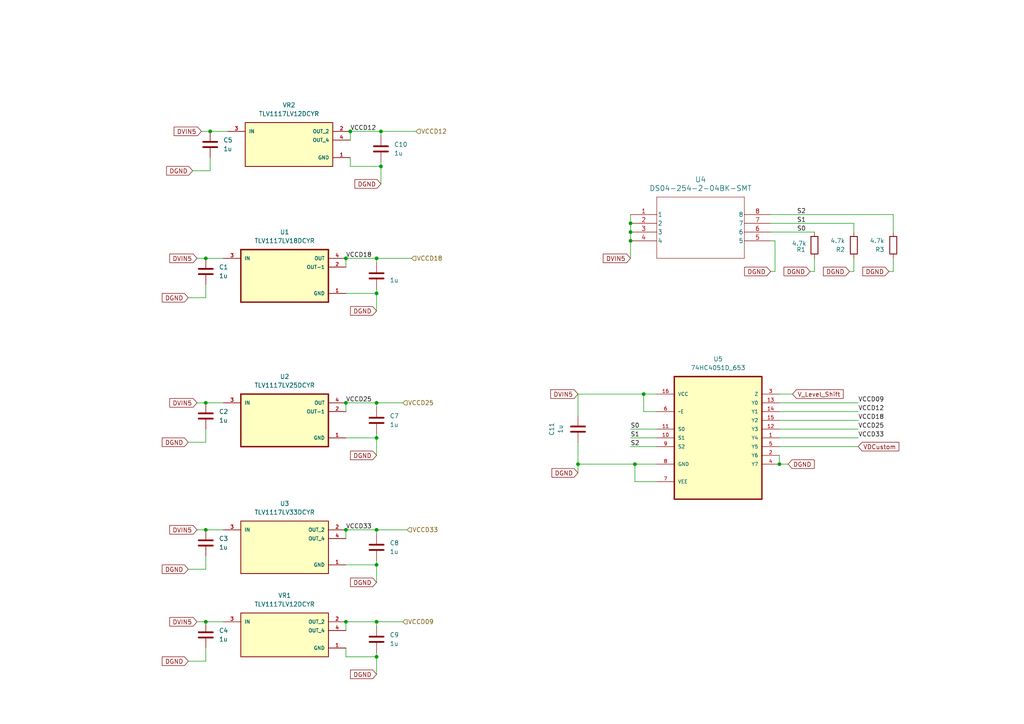
<source format=kicad_sch>
(kicad_sch (version 20231120) (generator "eeschema") (generator_version "8.0")
  (paper "A4")
  (lib_symbols
    (symbol "74HC4051D_653:74HC4051D_653" (pin_names (offset 1.016))
      (property "Reference" "U" (at -4.9848 17.8283 0))
      (property "Value" "74HC4051D_653" (at -3.1296 -25.3169 0))
      (symbol "74HC4051D_653_0_0"
        (rectangle (start -12.7 -20.32) (end 12.7 15.24) (stroke (width 0.4064)) (fill (type background)))
        (pin bidirectional line (at 17.78 -2.54 180) (length 5.08) (name "Y4") (number "1"))
        (pin input line (at -17.78 -2.54 0) (length 5.08) (name "S1") (number "10"))
        (pin input line (at -17.78 0 0) (length 5.08) (name "S0") (number "11"))
        (pin bidirectional line (at 17.78 0 180) (length 5.08) (name "Y3") (number "12"))
        (pin bidirectional line (at 17.78 7.62 180) (length 5.08) (name "Y0") (number "13"))
        (pin bidirectional line (at 17.78 5.08 180) (length 5.08) (name "Y1") (number "14"))
        (pin bidirectional line (at 17.78 2.54 180) (length 5.08) (name "Y2") (number "15"))
        (pin power_in line (at -17.78 10.16 0) (length 5.08) (name "VCC") (number "16"))
        (pin bidirectional line (at 17.78 -7.62 180) (length 5.08) (name "Y6") (number "2"))
        (pin bidirectional line (at 17.78 10.16 180) (length 5.08) (name "Z") (number "3"))
        (pin bidirectional line (at 17.78 -10.16 180) (length 5.08) (name "Y7") (number "4"))
        (pin bidirectional line (at 17.78 -5.08 180) (length 5.08) (name "Y5") (number "5"))
        (pin input line (at -17.78 5.08 0) (length 5.08) (name "~E") (number "6"))
        (pin power_in line (at -17.78 -15.24 0) (length 5.08) (name "VEE") (number "7"))
        (pin passive line (at -17.78 -10.16 0) (length 5.08) (name "GND") (number "8"))
        (pin input line (at -17.78 -5.08 0) (length 5.08) (name "S2") (number "9"))
      )
    )
    (symbol "AVLSI:TLV1117LV12DCYR" (pin_names (offset 1.016))
      (property "Reference" "VR" (at -12.7 6.08 0))
      (property "Value" "TLV1117LV12DCYR" (at -12.7 -9.08 0))
      (symbol "TLV1117LV12DCYR_0_0"
        (rectangle (start -12.7 5.08) (end 12.7 -7.62) (stroke (width 0.254)) (fill (type background)))
        (pin power_in line (at 17.78 -5.08 180) (length 5.08) (name "GND") (number "1"))
        (pin output line (at 17.78 2.54 180) (length 5.08) (name "OUT_2") (number "2"))
        (pin input line (at -17.78 2.54 0) (length 5.08) (name "IN") (number "3"))
        (pin output line (at 17.78 0 180) (length 5.08) (name "OUT_4") (number "4"))
      )
    )
    (symbol "AVLSI:TLV1117LV18DCYR" (pin_names (offset 1.016))
      (property "Reference" "U" (at -12.7 8.62 0))
      (property "Value" "TLV1117LV18DCYR" (at -12.7 -11.62 0))
      (symbol "TLV1117LV18DCYR_0_0"
        (rectangle (start -12.7 -7.62) (end 12.7 7.62) (stroke (width 0.41)) (fill (type background)))
        (pin power_in line (at 17.78 -5.08 180) (length 5.08) (name "GND") (number "1"))
        (pin output line (at 17.78 2.54 180) (length 5.08) (name "OUT-1") (number "2"))
        (pin input line (at -17.78 5.08 0) (length 5.08) (name "IN") (number "3"))
        (pin output line (at 17.78 5.08 180) (length 5.08) (name "OUT") (number "4"))
      )
    )
    (symbol "AVLSI:TLV1117LV25DCYR" (pin_names (offset 1.016))
      (property "Reference" "U" (at -12.7 8.62 0))
      (property "Value" "TLV1117LV25DCYR" (at -12.7 -11.62 0))
      (symbol "TLV1117LV25DCYR_0_0"
        (rectangle (start -12.7 -7.62) (end 12.7 7.62) (stroke (width 0.41)) (fill (type background)))
        (pin power_in line (at 17.78 -5.08 180) (length 5.08) (name "GND") (number "1"))
        (pin output line (at 17.78 2.54 180) (length 5.08) (name "OUT-1") (number "2"))
        (pin input line (at -17.78 5.08 0) (length 5.08) (name "IN") (number "3"))
        (pin output line (at 17.78 5.08 180) (length 5.08) (name "OUT") (number "4"))
      )
    )
    (symbol "AVLSI:TLV1117LV33DCYR" (pin_names (offset 1.016))
      (property "Reference" "U" (at -12.7 8.62 0))
      (property "Value" "TLV1117LV33DCYR" (at -12.7 -11.62 0))
      (symbol "TLV1117LV33DCYR_0_0"
        (rectangle (start -12.7 7.62) (end 12.7 -7.62) (stroke (width 0.254)) (fill (type background)))
        (pin power_in line (at 17.78 -5.08 180) (length 5.08) (name "GND") (number "1"))
        (pin output line (at 17.78 5.08 180) (length 5.08) (name "OUT_2") (number "2"))
        (pin input line (at -17.78 5.08 0) (length 5.08) (name "IN") (number "3"))
        (pin output line (at 17.78 2.54 180) (length 5.08) (name "OUT_4") (number "4"))
      )
    )
    (symbol "DS:DS04-254-2-04BK-SMT" (pin_names (offset 0.254))
      (property "Reference" "U" (at 20.32 10.16 0))
      (property "Value" "DS04-254-2-04BK-SMT" (at 20.32 7.62 0))
      (symbol "DS04-254-2-04BK-SMT_1_1"
        (polyline (pts (xy 7.62 -12.7) (xy 33.02 -12.7)) (stroke (width 0.127)))
        (polyline (pts (xy 7.62 5.08) (xy 7.62 -12.7)) (stroke (width 0.127)))
        (polyline (pts (xy 33.02 -12.7) (xy 33.02 5.08)) (stroke (width 0.127)))
        (polyline (pts (xy 33.02 5.08) (xy 7.62 5.08)) (stroke (width 0.127)))
        (pin unspecified line (at 0 0 0) (length 7.62) (name "1") (number "1"))
        (pin unspecified line (at 0 -2.54 0) (length 7.62) (name "2") (number "2"))
        (pin unspecified line (at 0 -5.08 0) (length 7.62) (name "3") (number "3"))
        (pin unspecified line (at 0 -7.62 0) (length 7.62) (name "4") (number "4"))
        (pin unspecified line (at 40.64 -7.62 180) (length 7.62) (name "5") (number "5"))
        (pin unspecified line (at 40.64 -5.08 180) (length 7.62) (name "6") (number "6"))
        (pin unspecified line (at 40.64 -2.54 180) (length 7.62) (name "7") (number "7"))
        (pin unspecified line (at 40.64 0 180) (length 7.62) (name "8") (number "8"))
      )
    )
    (symbol "Device:C" (pin_numbers hide) (pin_names (offset 0.254))
      (property "Reference" "C" (at 0.635 2.54 0))
      (property "Value" "C" (at 0.635 -2.54 0))
      (symbol "C_0_1"
        (polyline (pts (xy -2.032 -0.762) (xy 2.032 -0.762)) (stroke (width 0.508)))
        (polyline (pts (xy -2.032 0.762) (xy 2.032 0.762)) (stroke (width 0.508)))
      )
      (symbol "C_1_1"
        (pin passive line (at 0 3.81 270) (length 2.794) (name "~") (number "1"))
        (pin passive line (at 0 -3.81 90) (length 2.794) (name "~") (number "2"))
      )
    )
    (symbol "Device:R" (pin_numbers hide) (pin_names (offset 0))
      (property "Reference" "R" (at 2.032 0 90))
      (property "Value" "R" (at 0 0 90))
      (symbol "R_0_1"
        (rectangle (start -1.016 -2.54) (end 1.016 2.54) (stroke (width 0.254)))
      )
      (symbol "R_1_1"
        (pin passive line (at 0 3.81 270) (length 1.27) (name "~") (number "1"))
        (pin passive line (at 0 -3.81 90) (length 1.27) (name "~") (number "2"))
      )
    )
  )
  (junction (at 109.22 127))
  (junction (at 100.33 180.34))
  (junction (at 109.22 163.83))
  (junction (at 226.06 134.62))
  (junction (at 100.33 116.84))
  (junction (at 59.69 180.34))
  (junction (at 110.49 48.26))
  (junction (at 101.6 38.1))
  (junction (at 59.69 116.84))
  (junction (at 109.22 190.5))
  (junction (at 167.64 134.62))
  (junction (at 100.33 153.67))
  (junction (at 182.88 67.31))
  (junction (at 184.15 134.62))
  (junction (at 186.69 114.3))
  (junction (at 110.49 38.1))
  (junction (at 109.22 116.84))
  (junction (at 109.22 85.09))
  (junction (at 109.22 74.93))
  (junction (at 182.88 69.85))
  (junction (at 59.69 74.93))
  (junction (at 109.22 153.67))
  (junction (at 109.22 180.34))
  (junction (at 60.96 38.1))
  (junction (at 100.33 74.93))
  (junction (at 182.88 64.77))
  (junction (at 59.69 153.67))
  (wire (pts (xy 182.88 64.77) (xy 182.88 67.31)))
  (wire (pts (xy 109.22 116.84) (xy 109.22 118.11)))
  (wire (pts (xy 57.15 116.84) (xy 59.69 116.84)))
  (wire (pts (xy 223.52 64.77) (xy 247.65 64.77)))
  (wire (pts (xy 100.33 74.93) (xy 100.33 77.47)))
  (wire (pts (xy 186.69 119.38) (xy 190.5 119.38)))
  (wire (pts (xy 109.22 180.34) (xy 116.84 180.34)))
  (wire (pts (xy 167.64 114.3) (xy 186.69 114.3)))
  (wire (pts (xy 59.69 187.96) (xy 59.69 191.77)))
  (wire (pts (xy 182.88 62.23) (xy 182.88 64.77)))
  (wire (pts (xy 57.15 180.34) (xy 59.69 180.34)))
  (wire (pts (xy 182.88 129.54) (xy 190.5 129.54)))
  (wire (pts (xy 60.96 38.1) (xy 66.04 38.1)))
  (wire (pts (xy 246.38 78.74) (xy 247.65 78.74)))
  (wire (pts (xy 167.64 134.62) (xy 167.64 128.27)))
  (wire (pts (xy 109.22 116.84) (xy 116.84 116.84)))
  (wire (pts (xy 57.15 153.67) (xy 59.69 153.67)))
  (wire (pts (xy 259.08 62.23) (xy 259.08 67.31)))
  (wire (pts (xy 167.64 134.62) (xy 167.64 137.16)))
  (wire (pts (xy 110.49 38.1) (xy 120.65 38.1)))
  (wire (pts (xy 101.6 38.1) (xy 110.49 38.1)))
  (wire (pts (xy 247.65 64.77) (xy 247.65 67.31)))
  (wire (pts (xy 59.69 82.55) (xy 59.69 86.36)))
  (wire (pts (xy 109.22 180.34) (xy 109.22 181.61)))
  (wire (pts (xy 223.52 67.31) (xy 236.22 67.31)))
  (wire (pts (xy 59.69 180.34) (xy 64.77 180.34)))
  (wire (pts (xy 100.33 163.83) (xy 109.22 163.83)))
  (wire (pts (xy 60.96 45.72) (xy 60.96 49.53)))
  (wire (pts (xy 226.06 119.38) (xy 248.92 119.38)))
  (wire (pts (xy 226.06 114.3) (xy 229.87 114.3)))
  (wire (pts (xy 182.88 67.31) (xy 182.88 69.85)))
  (wire (pts (xy 100.33 85.09) (xy 109.22 85.09)))
  (wire (pts (xy 226.06 132.08) (xy 226.06 134.62)))
  (wire (pts (xy 59.69 74.93) (xy 64.77 74.93)))
  (wire (pts (xy 58.42 38.1) (xy 60.96 38.1)))
  (wire (pts (xy 101.6 48.26) (xy 110.49 48.26)))
  (wire (pts (xy 167.64 120.65) (xy 167.64 114.3)))
  (wire (pts (xy 236.22 74.93) (xy 236.22 78.74)))
  (wire (pts (xy 100.33 153.67) (xy 109.22 153.67)))
  (wire (pts (xy 223.52 78.74) (xy 224.79 78.74)))
  (wire (pts (xy 259.08 74.93) (xy 259.08 78.74)))
  (wire (pts (xy 110.49 48.26) (xy 110.49 53.34)))
  (wire (pts (xy 167.64 134.62) (xy 184.15 134.62)))
  (wire (pts (xy 59.69 116.84) (xy 64.77 116.84)))
  (wire (pts (xy 109.22 163.83) (xy 109.22 168.91)))
  (wire (pts (xy 226.06 124.46) (xy 248.92 124.46)))
  (wire (pts (xy 101.6 38.1) (xy 101.6 40.64)))
  (wire (pts (xy 226.06 116.84) (xy 248.92 116.84)))
  (wire (pts (xy 247.65 74.93) (xy 247.65 78.74)))
  (wire (pts (xy 257.81 78.74) (xy 259.08 78.74)))
  (wire (pts (xy 59.69 153.67) (xy 64.77 153.67)))
  (wire (pts (xy 100.33 116.84) (xy 100.33 119.38)))
  (wire (pts (xy 54.61 165.1) (xy 59.69 165.1)))
  (wire (pts (xy 54.61 128.27) (xy 59.69 128.27)))
  (wire (pts (xy 184.15 139.7) (xy 190.5 139.7)))
  (wire (pts (xy 109.22 125.73) (xy 109.22 127)))
  (wire (pts (xy 186.69 114.3) (xy 186.69 119.38)))
  (wire (pts (xy 59.69 161.29) (xy 59.69 165.1)))
  (wire (pts (xy 110.49 46.99) (xy 110.49 48.26)))
  (wire (pts (xy 182.88 124.46) (xy 190.5 124.46)))
  (wire (pts (xy 223.52 62.23) (xy 259.08 62.23)))
  (wire (pts (xy 100.33 180.34) (xy 109.22 180.34)))
  (wire (pts (xy 226.06 134.62) (xy 228.6 134.62)))
  (wire (pts (xy 186.69 114.3) (xy 190.5 114.3)))
  (wire (pts (xy 226.06 121.92) (xy 248.92 121.92)))
  (wire (pts (xy 109.22 189.23) (xy 109.22 190.5)))
  (wire (pts (xy 110.49 38.1) (xy 110.49 39.37)))
  (wire (pts (xy 59.69 124.46) (xy 59.69 128.27)))
  (wire (pts (xy 109.22 190.5) (xy 109.22 195.58)))
  (wire (pts (xy 109.22 74.93) (xy 119.38 74.93)))
  (wire (pts (xy 226.06 129.54) (xy 248.92 129.54)))
  (wire (pts (xy 100.33 127) (xy 109.22 127)))
  (wire (pts (xy 57.15 74.93) (xy 59.69 74.93)))
  (wire (pts (xy 100.33 153.67) (xy 100.33 156.21)))
  (wire (pts (xy 109.22 153.67) (xy 118.11 153.67)))
  (wire (pts (xy 182.88 127) (xy 190.5 127)))
  (wire (pts (xy 182.88 69.85) (xy 182.88 74.93)))
  (wire (pts (xy 101.6 45.72) (xy 101.6 48.26)))
  (wire (pts (xy 54.61 191.77) (xy 59.69 191.77)))
  (wire (pts (xy 109.22 85.09) (xy 109.22 90.17)))
  (wire (pts (xy 109.22 74.93) (xy 109.22 76.2)))
  (wire (pts (xy 100.33 187.96) (xy 100.33 190.5)))
  (wire (pts (xy 55.88 49.53) (xy 60.96 49.53)))
  (wire (pts (xy 100.33 74.93) (xy 109.22 74.93)))
  (wire (pts (xy 184.15 134.62) (xy 184.15 139.7)))
  (wire (pts (xy 223.52 69.85) (xy 224.79 69.85)))
  (wire (pts (xy 184.15 134.62) (xy 190.5 134.62)))
  (wire (pts (xy 54.61 86.36) (xy 59.69 86.36)))
  (wire (pts (xy 109.22 153.67) (xy 109.22 154.94)))
  (wire (pts (xy 109.22 83.82) (xy 109.22 85.09)))
  (wire (pts (xy 234.95 78.74) (xy 236.22 78.74)))
  (wire (pts (xy 100.33 180.34) (xy 100.33 182.88)))
  (wire (pts (xy 100.33 190.5) (xy 109.22 190.5)))
  (wire (pts (xy 224.79 69.85) (xy 224.79 78.74)))
  (wire (pts (xy 109.22 127) (xy 109.22 132.08)))
  (wire (pts (xy 226.06 127) (xy 248.92 127)))
  (wire (pts (xy 109.22 162.56) (xy 109.22 163.83)))
  (wire (pts (xy 100.33 116.84) (xy 109.22 116.84)))
  (label "VCCD25" (at 248.92 124.46 0))
  (label "VCCD33" (at 248.92 127 0))
  (label "VCCD33" (at 100.33 153.67 0))
  (label "S2" (at 231.14 62.23 0))
  (label "VCCD18" (at 248.92 121.92 0))
  (label "VCCD25" (at 100.33 116.84 0))
  (label "VCCD12" (at 248.92 119.38 0))
  (label "VCCD09" (at 248.92 116.84 0))
  (label "S0" (at 182.88 124.46 0))
  (label "S2" (at 182.88 129.54 0))
  (label "S0" (at 231.14 67.31 0))
  (label "S1" (at 182.88 127 0))
  (label "VCCD12" (at 101.6 38.1 0))
  (label "S1" (at 231.14 64.77 0))
  (label "VCCD18" (at 100.33 74.93 0))
  (global_label "DGND" (shape input) (at 167.64 137.16 180) (property "Intersheetrefs" "${INTERSHEET_REFS}" (effects (hide yes))))
  (global_label "DGND" (shape input) (at 54.61 86.36 180) (property "Intersheetrefs" "${INTERSHEET_REFS}" (effects (hide yes))))
  (global_label "VDCustom" (shape input) (at 248.92 129.54 0) (property "Intersheetrefs" "${INTERSHEET_REFS}" (effects (hide yes))))
  (global_label "DGND" (shape input) (at 257.81 78.74 180) (property "Intersheetrefs" "${INTERSHEET_REFS}" (effects (hide yes))))
  (global_label "DGND" (shape input) (at 55.88 49.53 180) (property "Intersheetrefs" "${INTERSHEET_REFS}" (effects (hide yes))))
  (global_label "DVIN5" (shape input) (at 57.15 180.34 180) (property "Intersheetrefs" "${INTERSHEET_REFS}" (effects (hide yes))))
  (global_label "DGND" (shape input) (at 110.49 53.34 180) (property "Intersheetrefs" "${INTERSHEET_REFS}" (effects (hide yes))))
  (global_label "V_Level_Shift" (shape input) (at 229.87 114.3 0) (property "Intersheetrefs" "${INTERSHEET_REFS}" (effects (hide yes))))
  (global_label "DGND" (shape input) (at 54.61 128.27 180) (property "Intersheetrefs" "${INTERSHEET_REFS}" (effects (hide yes))))
  (global_label "DVIN5" (shape input) (at 58.42 38.1 180) (property "Intersheetrefs" "${INTERSHEET_REFS}" (effects (hide yes))))
  (global_label "DVIN5" (shape input) (at 182.88 74.93 180) (property "Intersheetrefs" "${INTERSHEET_REFS}" (effects (hide yes))))
  (global_label "DGND" (shape input) (at 54.61 191.77 180) (property "Intersheetrefs" "${INTERSHEET_REFS}" (effects (hide yes))))
  (global_label "DGND" (shape input) (at 109.22 132.08 180) (property "Intersheetrefs" "${INTERSHEET_REFS}" (effects (hide yes))))
  (global_label "DVIN5" (shape input) (at 57.15 116.84 180) (property "Intersheetrefs" "${INTERSHEET_REFS}" (effects (hide yes))))
  (global_label "DGND" (shape input) (at 109.22 168.91 180) (property "Intersheetrefs" "${INTERSHEET_REFS}" (effects (hide yes))))
  (global_label "DGND" (shape input) (at 109.22 90.17 180) (property "Intersheetrefs" "${INTERSHEET_REFS}" (effects (hide yes))))
  (global_label "DGND" (shape input) (at 109.22 195.58 180) (property "Intersheetrefs" "${INTERSHEET_REFS}" (effects (hide yes))))
  (global_label "DGND" (shape input) (at 228.6 134.62 0) (property "Intersheetrefs" "${INTERSHEET_REFS}" (effects (hide yes))))
  (global_label "DVIN5" (shape input) (at 167.64 114.3 180) (property "Intersheetrefs" "${INTERSHEET_REFS}" (effects (hide yes))))
  (global_label "DVIN5" (shape input) (at 57.15 153.67 180) (property "Intersheetrefs" "${INTERSHEET_REFS}" (effects (hide yes))))
  (global_label "DGND" (shape input) (at 246.38 78.74 180) (property "Intersheetrefs" "${INTERSHEET_REFS}" (effects (hide yes))))
  (global_label "DGND" (shape input) (at 234.95 78.74 180) (property "Intersheetrefs" "${INTERSHEET_REFS}" (effects (hide yes))))
  (global_label "DVIN5" (shape input) (at 57.15 74.93 180) (property "Intersheetrefs" "${INTERSHEET_REFS}" (effects (hide yes))))
  (global_label "DGND" (shape input) (at 54.61 165.1 180) (property "Intersheetrefs" "${INTERSHEET_REFS}" (effects (hide yes))))
  (global_label "DGND" (shape input) (at 223.52 78.74 180) (property "Intersheetrefs" "${INTERSHEET_REFS}" (effects (hide yes))))
  (hierarchical_label "VCCD18" (shape input) (at 119.38 74.93 0))
  (hierarchical_label "VCCD25" (shape input) (at 116.84 116.84 0))
  (hierarchical_label "VCCD09" (shape input) (at 116.84 180.34 0))
  (hierarchical_label "VCCD33" (shape input) (at 118.11 153.67 0))
  (hierarchical_label "VCCD12" (shape input) (at 120.65 38.1 0))
  (symbol (lib_id "Device:C") (at 60.96 41.91 0) (unit 1)
    (property "Reference" "C5" (at 64.77 40.6399 0) (effects (justify left)))
    (property "Value" "1u" (at 64.77 43.1799 0) (effects (justify left)))
    (property "Footprint" "Capacitor_SMD:C_0805_2012Metric" (effects (hide yes)))
    (property "Description" "Unpolarized capacitor" (effects (hide yes)))
  )
  (symbol (lib_id "Device:C") (at 167.64 124.46 0) (mirror x) (unit 1)
    (property "Reference" "C11" (at 160.02 124.46 90))
    (property "Value" "1u" (at 162.56 124.46 90))
    (property "Footprint" "Capacitor_SMD:C_0805_2012Metric" (effects (hide yes)))
    (property "Description" "Unpolarized capacitor" (effects (hide yes)))
  )
  (symbol (lib_id "AVLSI:TLV1117LV12DCYR") (at 83.82 40.64 0) (unit 1)
    (property "Reference" "VR2" (at 83.82 30.48 0))
    (property "Value" "TLV1117LV12DCYR" (at 83.82 33.02 0))
    (property "Footprint" "avlsi:VREG_TLV1117LV12DCYR" (effects (hide yes)))
    (property "Datasheet" "https://www.ti.com/lit/ds/symlink/tlv1117lv.pdf?HQS=dis-dk-null-digikeymode-dsf-pf-null-wwe&ts=1729704648859&ref_url=https%253A%252F%252Fwww.ti.com%252Fgeneral%252Fdocs%252Fsuppproductinfo.tsp%253FdistId%253D10%2526gotoUrl%253Dhttps%253A%252F%252Fwww.ti.com%252Flit%252Fgpn%252Ftlv1117lv" (effects (hide yes)))
    (property "PARTREV" "B" (effects (hide yes)))
    (property "STANDARD" "Manufacturer Recommendations" (effects (hide yes)))
    (property "MAXIMUM_PACKAGE_HEIGHT" "1.80 mm" (effects (hide yes)))
    (property "MANUFACTURER" "Texas Instruments" (effects (hide yes)))
  )
  (symbol (lib_id "Device:C") (at 109.22 121.92 0) (unit 1)
    (property "Reference" "C7" (at 113.03 120.6499 0) (effects (justify left)))
    (property "Value" "1u" (at 113.03 123.1899 0) (effects (justify left)))
    (property "Footprint" "Capacitor_SMD:C_0805_2012Metric" (effects (hide yes)))
    (property "Description" "Unpolarized capacitor" (effects (hide yes)))
  )
  (symbol (lib_id "Device:C") (at 110.49 43.18 0) (unit 1)
    (property "Reference" "C10" (at 114.3 41.9099 0) (effects (justify left)))
    (property "Value" "1u" (at 114.3 44.4499 0) (effects (justify left)))
    (property "Footprint" "Capacitor_SMD:C_0805_2012Metric" (effects (hide yes)))
    (property "Description" "Unpolarized capacitor" (effects (hide yes)))
  )
  (symbol (lib_id "Device:C") (at 59.69 184.15 0) (unit 1)
    (property "Reference" "C4" (at 63.5 182.8799 0) (effects (justify left)))
    (property "Value" "1u" (at 63.5 185.4199 0) (effects (justify left)))
    (property "Footprint" "Capacitor_SMD:C_0805_2012Metric" (effects (hide yes)))
    (property "Description" "Unpolarized capacitor" (effects (hide yes)))
  )
  (symbol (lib_id "Device:C") (at 59.69 120.65 0) (unit 1)
    (property "Reference" "C2" (at 63.5 119.3799 0) (effects (justify left)))
    (property "Value" "1u" (at 63.5 121.9199 0) (effects (justify left)))
    (property "Footprint" "Capacitor_SMD:C_0805_2012Metric" (effects (hide yes)))
    (property "Description" "Unpolarized capacitor" (effects (hide yes)))
  )
  (symbol (lib_id "AVLSI:TLV1117LV12DCYR") (at 82.55 182.88 0) (unit 1)
    (property "Reference" "VR1" (at 82.55 172.72 0))
    (property "Value" "TLV1117LV12DCYR" (at 82.55 175.26 0))
    (property "Footprint" "avlsi:VREG_TLV1117LV12DCYR" (effects (hide yes)))
    (property "Datasheet" "https://www.ti.com/lit/ds/symlink/tlv1117lv.pdf?HQS=dis-dk-null-digikeymode-dsf-pf-null-wwe&ts=1729704648859&ref_url=https%253A%252F%252Fwww.ti.com%252Fgeneral%252Fdocs%252Fsuppproductinfo.tsp%253FdistId%253D10%2526gotoUrl%253Dhttps%253A%252F%252Fwww.ti.com%252Flit%252Fgpn%252Ftlv1117lv" (effects (hide yes)))
    (property "PARTREV" "B" (effects (hide yes)))
    (property "STANDARD" "Manufacturer Recommendations" (effects (hide yes)))
    (property "MAXIMUM_PACKAGE_HEIGHT" "1.80 mm" (effects (hide yes)))
    (property "MANUFACTURER" "Texas Instruments" (effects (hide yes)))
  )
  (symbol (lib_id "AVLSI:TLV1117LV25DCYR") (at 82.55 121.92 0) (unit 1)
    (property "Reference" "U2" (at 82.55 109.22 0))
    (property "Value" "TLV1117LV25DCYR" (at 82.55 111.76 0))
    (property "Footprint" "avlsi:SOT230P700X180-4N" (effects (hide yes)))
    (property "Datasheet" "https://www.ti.com/lit/ds/symlink/tlv1117lv.pdf?HQS=dis-dk-null-digikeymode-dsf-pf-null-wwe&ts=1729704648859&ref_url=https%253A%252F%252Fwww.ti.com%252Fgeneral%252Fdocs%252Fsuppproductinfo.tsp%253FdistId%253D10%2526gotoUrl%253Dhttps%253A%252F%252Fwww.ti.com%252Flit%252Fgpn%252Ftlv1117lv" (effects (hide yes)))
  )
  (symbol (lib_id "Device:C") (at 109.22 158.75 0) (unit 1)
    (property "Reference" "C8" (at 113.03 157.4799 0) (effects (justify left)))
    (property "Value" "1u" (at 113.03 160.0199 0) (effects (justify left)))
    (property "Footprint" "Capacitor_SMD:C_0805_2012Metric" (effects (hide yes)))
    (property "Description" "Unpolarized capacitor" (effects (hide yes)))
  )
  (symbol (lib_id "Device:C") (at 109.22 185.42 0) (unit 1)
    (property "Reference" "C9" (at 113.03 184.1499 0) (effects (justify left)))
    (property "Value" "1u" (at 113.03 186.6899 0) (effects (justify left)))
    (property "Footprint" "Capacitor_SMD:C_0805_2012Metric" (effects (hide yes)))
    (property "Description" "Unpolarized capacitor" (effects (hide yes)))
  )
  (symbol (lib_id "Device:C") (at 59.69 157.48 0) (unit 1)
    (property "Reference" "C3" (at 63.5 156.2099 0) (effects (justify left)))
    (property "Value" "1u" (at 63.5 158.7499 0) (effects (justify left)))
    (property "Footprint" "Capacitor_SMD:C_0805_2012Metric" (effects (hide yes)))
    (property "Description" "Unpolarized capacitor" (effects (hide yes)))
  )
  (symbol (lib_id "AVLSI:TLV1117LV18DCYR") (at 82.55 80.01 0) (unit 1)
    (property "Reference" "U1" (at 82.55 67.31 0))
    (property "Value" "TLV1117LV18DCYR" (at 82.55 69.85 0))
    (property "Footprint" "avlsi:SOT230P700X180-4N" (effects (hide yes)))
    (property "Datasheet" "https://www.ti.com/lit/ds/symlink/tlv1117lv.pdf?HQS=dis-dk-null-digikeymode-dsf-pf-null-wwe&ts=1729704648859&ref_url=https%253A%252F%252Fwww.ti.com%252Fgeneral%252Fdocs%252Fsuppproductinfo.tsp%253FdistId%253D10%2526gotoUrl%253Dhttps%253A%252F%252Fwww.ti.com%252Flit%252Fgpn%252Ftlv1117lv" (effects (hide yes)))
  )
  (symbol (lib_id "Device:C") (at 109.22 80.01 0) (unit 1)
    (property "Reference" "C6" (effects (hide yes)))
    (property "Value" "1u" (at 113.03 81.2799 0) (effects (justify left)))
    (property "Footprint" "Capacitor_SMD:C_0805_2012Metric" (effects (hide yes)))
    (property "Description" "Unpolarized capacitor" (effects (hide yes)))
  )
  (symbol (lib_id "Device:R") (at 259.08 71.12 180) (unit 1)
    (property "Reference" "R3" (at 256.54 72.3901 0) (effects (justify left)))
    (property "Value" "4.7k" (at 256.54 69.8501 0) (effects (justify left)))
    (property "Footprint" "Resistor_SMD:R_0805_2012Metric" (effects (hide yes)))
    (property "Description" "Resistor" (effects (hide yes)))
  )
  (symbol (lib_id "74HC4051D_653:74HC4051D_653") (at 208.28 124.46 0) (unit 1)
    (property "Reference" "U5" (at 208.28 104.14 0))
    (property "Value" "74HC4051D_653" (at 208.28 106.68 0))
    (property "Footprint" "74HC4051D_653:SOIC127P600X175-16N" (effects (hide yes)))
    (property "MPN" "74HC4051D,653" (effects (hide yes)))
    (property "OC_FARNELL" "1826842" (effects (hide yes)))
    (property "OC_NEWARK" "78R6259" (effects (hide yes)))
    (property "SUPPLIER" "NXP Semiconductors" (effects (hide yes)))
    (property "PACKAGE" "SOIC-16" (effects (hide yes)))
  )
  (symbol (lib_id "Device:R") (at 247.65 71.12 180) (unit 1)
    (property "Reference" "R2" (at 245.11 72.3901 0) (effects (justify left)))
    (property "Value" "4.7k" (at 245.11 69.8501 0) (effects (justify left)))
    (property "Footprint" "Resistor_SMD:R_0805_2012Metric" (effects (hide yes)))
    (property "Description" "Resistor" (effects (hide yes)))
  )
  (symbol (lib_id "DS:DS04-254-2-04BK-SMT") (at 182.88 62.23 0) (unit 1)
    (property "Reference" "U4" (at 203.2 52.07 0) (effects (font (size 1.524 1.524))))
    (property "Value" "DS04-254-2-04BK-SMT" (at 203.2 54.61 0) (effects (font (size 1.524 1.524))))
    (property "Footprint" "ds:DS04-254-2-04BK-SMT_CUD" (effects (hide yes)))
    (property "Datasheet" "DS04-254-2-04BK-SMT" (effects (hide yes)))
  )
  (symbol (lib_id "Device:C") (at 59.69 78.74 0) (unit 1)
    (property "Reference" "C1" (at 63.5 77.4699 0) (effects (justify left)))
    (property "Value" "1u" (at 63.5 80.0099 0) (effects (justify left)))
    (property "Footprint" "Capacitor_SMD:C_0805_2012Metric" (effects (hide yes)))
    (property "Description" "Unpolarized capacitor" (effects (hide yes)))
  )
  (symbol (lib_id "AVLSI:TLV1117LV33DCYR") (at 82.55 158.75 0) (unit 1)
    (property "Reference" "U3" (at 82.55 146.05 0))
    (property "Value" "TLV1117LV33DCYR" (at 82.55 148.59 0))
    (property "Footprint" "avlsi:VREG_TLV1117LV33DCYR" (effects (hide yes)))
    (property "Datasheet" "https://www.ti.com/lit/ds/symlink/tlv1117lv.pdf?HQS=dis-dk-null-digikeymode-dsf-pf-null-wwe&ts=1729704648859&ref_url=https%253A%252F%252Fwww.ti.com%252Fgeneral%252Fdocs%252Fsuppproductinfo.tsp%253FdistId%253D10%2526gotoUrl%253Dhttps%253A%252F%252Fwww.ti.com%252Flit%252Fgpn%252Ftlv1117lv" (effects (hide yes)))
    (property "PARTREV" "B" (effects (hide yes)))
    (property "STANDARD" "IPC-7351B" (effects (hide yes)))
    (property "MAXIMUM_PACKAGE_HEIGHT" "1.80 mm" (effects (hide yes)))
    (property "MANUFACTURER" "Texas Instruments" (effects (hide yes)))
  )
  (symbol (lib_id "Device:R") (at 236.22 71.12 180) (unit 1)
    (property "Reference" "R1" (at 233.68 72.3901 0) (effects (justify left)))
    (property "Value" "4.7k" (at 233.934 70.612 0) (effects (justify left)))
    (property "Footprint" "Resistor_SMD:R_0805_2012Metric" (effects (hide yes)))
    (property "Description" "Resistor" (effects (hide yes)))
  )
)
</source>
